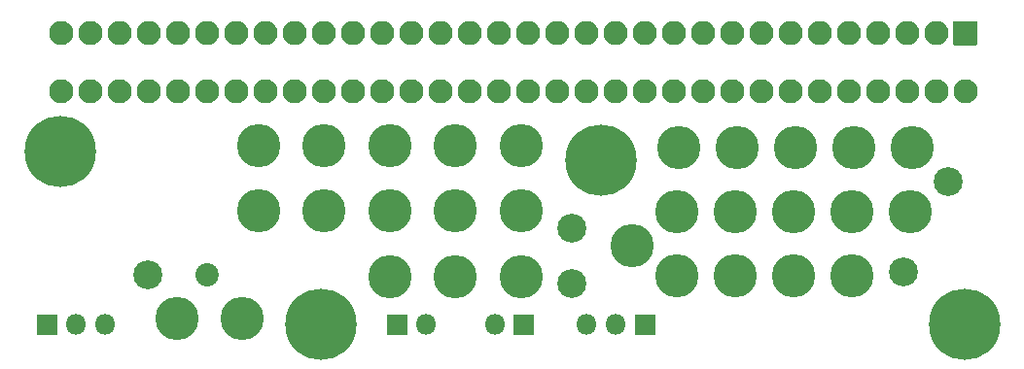
<source format=gbr>
G04 #@! TF.GenerationSoftware,KiCad,Pcbnew,(5.1.10)-1*
G04 #@! TF.CreationDate,2022-08-27T03:45:47-05:00*
G04 #@! TF.ProjectId,Common Slot Mini v1,436f6d6d-6f6e-4205-936c-6f74204d696e,rev?*
G04 #@! TF.SameCoordinates,Original*
G04 #@! TF.FileFunction,Soldermask,Bot*
G04 #@! TF.FilePolarity,Negative*
%FSLAX46Y46*%
G04 Gerber Fmt 4.6, Leading zero omitted, Abs format (unit mm)*
G04 Created by KiCad (PCBNEW (5.1.10)-1) date 2022-08-27 03:45:47*
%MOMM*%
%LPD*%
G01*
G04 APERTURE LIST*
%ADD10C,2.030000*%
%ADD11C,6.220000*%
%ADD12C,2.102000*%
%ADD13O,2.102000X2.102000*%
%ADD14C,2.510000*%
%ADD15C,3.770000*%
%ADD16O,1.802000X1.802000*%
G04 APERTURE END LIST*
D10*
X116760000Y-104048000D03*
D11*
X151000000Y-94000000D03*
X182673000Y-108366000D03*
X126666000Y-108366000D03*
X103933000Y-93253000D03*
D12*
X104000000Y-88000000D03*
X104000000Y-82960000D03*
X106540000Y-88000000D03*
X106540000Y-82960000D03*
X109080000Y-88000000D03*
D13*
X109080000Y-82960000D03*
D12*
X111620000Y-88000000D03*
D13*
X111620000Y-82960000D03*
D12*
X114160000Y-88000000D03*
D13*
X114160000Y-82960000D03*
D12*
X116700000Y-88000000D03*
D13*
X116700000Y-82960000D03*
D12*
X119240000Y-88000000D03*
D13*
X119240000Y-82960000D03*
D12*
X121780000Y-88000000D03*
D13*
X121780000Y-82960000D03*
D12*
X124320000Y-88000000D03*
D13*
X124320000Y-82960000D03*
D12*
X126860000Y-88000000D03*
D13*
X126860000Y-82960000D03*
D12*
X129400000Y-88000000D03*
D13*
X129400000Y-82960000D03*
D12*
X131940000Y-88000000D03*
D13*
X131940000Y-82960000D03*
D12*
X134480000Y-88000000D03*
D13*
X134480000Y-82960000D03*
D12*
X137020000Y-88000000D03*
D13*
X137020000Y-82960000D03*
D12*
X139560000Y-88000000D03*
D13*
X139560000Y-82960000D03*
D12*
X142100000Y-88000000D03*
D13*
X142100000Y-82960000D03*
D12*
X144640000Y-88000000D03*
D13*
X144640000Y-82960000D03*
D12*
X147180000Y-88000000D03*
D13*
X147180000Y-82960000D03*
D12*
X149720000Y-88000000D03*
D13*
X149720000Y-82960000D03*
D12*
X152260000Y-88000000D03*
D13*
X152260000Y-82960000D03*
D12*
X154800000Y-88000000D03*
D13*
X154800000Y-82960000D03*
D12*
X157340000Y-88000000D03*
D13*
X157340000Y-82960000D03*
D12*
X159880000Y-88000000D03*
D13*
X159880000Y-82960000D03*
D12*
X162420000Y-88000000D03*
D13*
X162420000Y-82960000D03*
D12*
X164960000Y-88000000D03*
D13*
X164960000Y-82960000D03*
D12*
X167500000Y-88000000D03*
D13*
X167500000Y-82960000D03*
D12*
X170040000Y-88000000D03*
D13*
X170040000Y-82960000D03*
D12*
X172580000Y-88000000D03*
D13*
X172580000Y-82960000D03*
D12*
X175120000Y-88000000D03*
D13*
X175120000Y-82960000D03*
D12*
X177660000Y-88000000D03*
D13*
X177660000Y-82960000D03*
D12*
X180200000Y-88000000D03*
D13*
X180200000Y-82960000D03*
D12*
X182740000Y-88000000D03*
G36*
G01*
X183740000Y-84011000D02*
X181740000Y-84011000D01*
G75*
G02*
X181689000Y-83960000I0J51000D01*
G01*
X181689000Y-81960000D01*
G75*
G02*
X181740000Y-81909000I51000J0D01*
G01*
X183740000Y-81909000D01*
G75*
G02*
X183791000Y-81960000I0J-51000D01*
G01*
X183791000Y-83960000D01*
G75*
G02*
X183740000Y-84011000I-51000J0D01*
G01*
G37*
D14*
X111553000Y-104048000D03*
X148510000Y-104810000D03*
X148510000Y-99984000D03*
X181276000Y-95920000D03*
X177339000Y-103794000D03*
D15*
X138350000Y-104175000D03*
X132635000Y-104175000D03*
X144065000Y-104175000D03*
X162737800Y-104140000D03*
X157657800Y-98552000D03*
X157657800Y-104140000D03*
X114093000Y-107858000D03*
X144065000Y-98460000D03*
X138350000Y-98460000D03*
X119808000Y-107858000D03*
X167817800Y-104140000D03*
X177977800Y-98552000D03*
X162737800Y-98552000D03*
X167817800Y-98552000D03*
X121205000Y-98460000D03*
X126920000Y-98460000D03*
X132635000Y-98460000D03*
X144065000Y-92745000D03*
X153717000Y-101508000D03*
X172897800Y-104140000D03*
X178104800Y-92964000D03*
X172897800Y-98552000D03*
X126920000Y-92745000D03*
X132635000Y-92745000D03*
X138350000Y-92745000D03*
X167944800Y-92964000D03*
X157784800Y-92964000D03*
X162864800Y-92964000D03*
X121205000Y-92745000D03*
X173024800Y-92964000D03*
G36*
G01*
X134120000Y-109267000D02*
X132420000Y-109267000D01*
G75*
G02*
X132369000Y-109216000I0J51000D01*
G01*
X132369000Y-107516000D01*
G75*
G02*
X132420000Y-107465000I51000J0D01*
G01*
X134120000Y-107465000D01*
G75*
G02*
X134171000Y-107516000I0J-51000D01*
G01*
X134171000Y-109216000D01*
G75*
G02*
X134120000Y-109267000I-51000J0D01*
G01*
G37*
D16*
X135810000Y-108366000D03*
X141779000Y-108366000D03*
G36*
G01*
X143469000Y-107465000D02*
X145169000Y-107465000D01*
G75*
G02*
X145220000Y-107516000I0J-51000D01*
G01*
X145220000Y-109216000D01*
G75*
G02*
X145169000Y-109267000I-51000J0D01*
G01*
X143469000Y-109267000D01*
G75*
G02*
X143418000Y-109216000I0J51000D01*
G01*
X143418000Y-107516000D01*
G75*
G02*
X143469000Y-107465000I51000J0D01*
G01*
G37*
X149780000Y-108366000D03*
X152320000Y-108366000D03*
G36*
G01*
X154010000Y-107465000D02*
X155710000Y-107465000D01*
G75*
G02*
X155761000Y-107516000I0J-51000D01*
G01*
X155761000Y-109216000D01*
G75*
G02*
X155710000Y-109267000I-51000J0D01*
G01*
X154010000Y-109267000D01*
G75*
G02*
X153959000Y-109216000I0J51000D01*
G01*
X153959000Y-107516000D01*
G75*
G02*
X154010000Y-107465000I51000J0D01*
G01*
G37*
G36*
G01*
X103640000Y-109267000D02*
X101940000Y-109267000D01*
G75*
G02*
X101889000Y-109216000I0J51000D01*
G01*
X101889000Y-107516000D01*
G75*
G02*
X101940000Y-107465000I51000J0D01*
G01*
X103640000Y-107465000D01*
G75*
G02*
X103691000Y-107516000I0J-51000D01*
G01*
X103691000Y-109216000D01*
G75*
G02*
X103640000Y-109267000I-51000J0D01*
G01*
G37*
X105330000Y-108366000D03*
X107870000Y-108366000D03*
M02*

</source>
